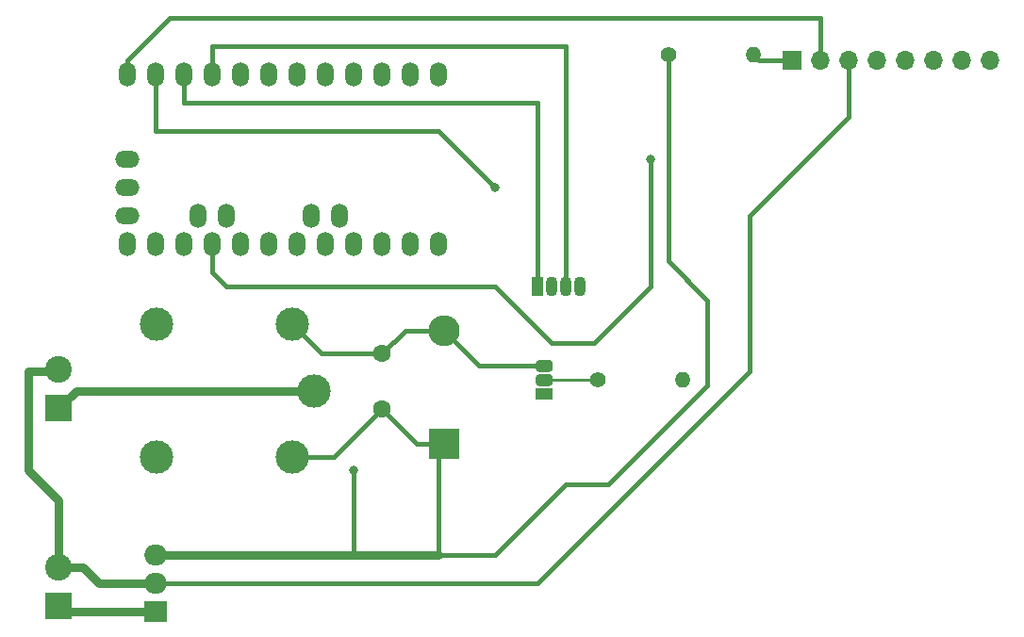
<source format=gbr>
G04 #@! TF.GenerationSoftware,KiCad,Pcbnew,(5.1.6)-1*
G04 #@! TF.CreationDate,2020-06-07T17:55:02+02:00*
G04 #@! TF.ProjectId,BOTLAND-2-KONTROLA-DOSTEPU,424f544c-414e-4442-9d32-2d4b4f4e5452,rev?*
G04 #@! TF.SameCoordinates,Original*
G04 #@! TF.FileFunction,Copper,L2,Bot*
G04 #@! TF.FilePolarity,Positive*
%FSLAX46Y46*%
G04 Gerber Fmt 4.6, Leading zero omitted, Abs format (unit mm)*
G04 Created by KiCad (PCBNEW (5.1.6)-1) date 2020-06-07 17:55:02*
%MOMM*%
%LPD*%
G01*
G04 APERTURE LIST*
G04 #@! TA.AperFunction,ComponentPad*
%ADD10O,1.400000X1.400000*%
G04 #@! TD*
G04 #@! TA.AperFunction,ComponentPad*
%ADD11C,1.400000*%
G04 #@! TD*
G04 #@! TA.AperFunction,ComponentPad*
%ADD12O,1.700000X1.700000*%
G04 #@! TD*
G04 #@! TA.AperFunction,ComponentPad*
%ADD13R,1.700000X1.700000*%
G04 #@! TD*
G04 #@! TA.AperFunction,ComponentPad*
%ADD14O,1.070000X1.800000*%
G04 #@! TD*
G04 #@! TA.AperFunction,ComponentPad*
%ADD15R,1.070000X1.800000*%
G04 #@! TD*
G04 #@! TA.AperFunction,ComponentPad*
%ADD16O,2.199640X1.501140*%
G04 #@! TD*
G04 #@! TA.AperFunction,ComponentPad*
%ADD17O,1.501140X2.199640*%
G04 #@! TD*
G04 #@! TA.AperFunction,ComponentPad*
%ADD18C,2.400000*%
G04 #@! TD*
G04 #@! TA.AperFunction,ComponentPad*
%ADD19R,2.400000X2.400000*%
G04 #@! TD*
G04 #@! TA.AperFunction,ComponentPad*
%ADD20O,2.000000X1.905000*%
G04 #@! TD*
G04 #@! TA.AperFunction,ComponentPad*
%ADD21R,2.000000X1.905000*%
G04 #@! TD*
G04 #@! TA.AperFunction,ComponentPad*
%ADD22R,1.500000X1.050000*%
G04 #@! TD*
G04 #@! TA.AperFunction,ComponentPad*
%ADD23R,2.800000X2.800000*%
G04 #@! TD*
G04 #@! TA.AperFunction,ComponentPad*
%ADD24O,2.800000X2.800000*%
G04 #@! TD*
G04 #@! TA.AperFunction,ComponentPad*
%ADD25C,1.600000*%
G04 #@! TD*
G04 #@! TA.AperFunction,ComponentPad*
%ADD26C,3.000000*%
G04 #@! TD*
G04 #@! TA.AperFunction,ViaPad*
%ADD27C,0.800000*%
G04 #@! TD*
G04 #@! TA.AperFunction,Conductor*
%ADD28C,0.400000*%
G04 #@! TD*
G04 #@! TA.AperFunction,Conductor*
%ADD29C,0.750000*%
G04 #@! TD*
G04 #@! TA.AperFunction,Conductor*
%ADD30C,0.250000*%
G04 #@! TD*
G04 APERTURE END LIST*
D10*
X90464640Y-101112320D03*
D11*
X82844640Y-101112320D03*
D12*
X111760000Y-101600000D03*
X109220000Y-101600000D03*
X106680000Y-101600000D03*
X104140000Y-101600000D03*
X101600000Y-101600000D03*
X99060000Y-101600000D03*
X96520000Y-101600000D03*
D13*
X93980000Y-101600000D03*
D14*
X74930000Y-121920000D03*
X73660000Y-121920000D03*
X72390000Y-121920000D03*
D15*
X71120000Y-121920000D03*
D16*
X34290000Y-110490000D03*
X34290000Y-113030000D03*
X34290000Y-115570000D03*
D17*
X53340000Y-115570000D03*
X50800000Y-115570000D03*
X62230000Y-118110000D03*
X59690000Y-118110000D03*
X57150000Y-118110000D03*
X54610000Y-118110000D03*
X52070000Y-118110000D03*
X49530000Y-118110000D03*
X46990000Y-118110000D03*
X44450000Y-118110000D03*
X41910000Y-118110000D03*
X39370000Y-118110000D03*
X36830000Y-118110000D03*
X34290000Y-118110000D03*
X34290000Y-102870000D03*
X36830000Y-102870000D03*
X39370000Y-102870000D03*
X41910000Y-102870000D03*
X44450000Y-102870000D03*
X46990000Y-102870000D03*
X49530000Y-102870000D03*
X52070000Y-102870000D03*
X54610000Y-102870000D03*
X57150000Y-102870000D03*
X59690000Y-102870000D03*
X62230000Y-102870000D03*
X40640000Y-115570000D03*
X43180000Y-115570000D03*
D18*
X28102560Y-147157560D03*
D19*
X28102560Y-150657560D03*
D20*
X36830000Y-146050000D03*
X36830000Y-148590000D03*
D21*
X36830000Y-151130000D03*
D11*
X76494640Y-130322320D03*
D10*
X84114640Y-130322320D03*
G04 #@! TA.AperFunction,ComponentPad*
G36*
G01*
X72196780Y-130882880D02*
X71221780Y-130882880D01*
G75*
G02*
X70959280Y-130620380I0J262500D01*
G01*
X70959280Y-130095380D01*
G75*
G02*
X71221780Y-129832880I262500J0D01*
G01*
X72196780Y-129832880D01*
G75*
G02*
X72459280Y-130095380I0J-262500D01*
G01*
X72459280Y-130620380D01*
G75*
G02*
X72196780Y-130882880I-262500J0D01*
G01*
G37*
G04 #@! TD.AperFunction*
G04 #@! TA.AperFunction,ComponentPad*
G36*
G01*
X72196780Y-129612880D02*
X71221780Y-129612880D01*
G75*
G02*
X70959280Y-129350380I0J262500D01*
G01*
X70959280Y-128825380D01*
G75*
G02*
X71221780Y-128562880I262500J0D01*
G01*
X72196780Y-128562880D01*
G75*
G02*
X72459280Y-128825380I0J-262500D01*
G01*
X72459280Y-129350380D01*
G75*
G02*
X72196780Y-129612880I-262500J0D01*
G01*
G37*
G04 #@! TD.AperFunction*
D22*
X71709280Y-131627880D03*
D19*
X28102560Y-132877560D03*
D18*
X28102560Y-129377560D03*
D23*
X62677040Y-136067800D03*
D24*
X62677040Y-125907800D03*
D25*
X57139840Y-132974080D03*
X57139840Y-127974080D03*
D26*
X49059080Y-125307840D03*
X36859080Y-125307840D03*
X36859080Y-137307840D03*
X49059080Y-137307840D03*
X51059080Y-131307840D03*
D27*
X54610000Y-138430000D03*
X67310000Y-113030000D03*
X81280000Y-110490000D03*
D28*
X60233560Y-136067800D02*
X57139840Y-132974080D01*
X62677040Y-136067800D02*
X60233560Y-136067800D01*
X52806080Y-137307840D02*
X49059080Y-137307840D01*
X57139840Y-132974080D02*
X52806080Y-137307840D01*
X59206120Y-125907800D02*
X57139840Y-127974080D01*
X62677040Y-125907800D02*
X59206120Y-125907800D01*
X51725320Y-127974080D02*
X49059080Y-125307840D01*
X57139840Y-127974080D02*
X51725320Y-127974080D01*
X65857120Y-129087880D02*
X62677040Y-125907800D01*
X71709280Y-129087880D02*
X65857120Y-129087880D01*
D29*
X29672280Y-131307840D02*
X28102560Y-132877560D01*
X51059080Y-131307840D02*
X29672280Y-131307840D01*
D30*
X71744840Y-130322320D02*
X71709280Y-130357880D01*
X76494640Y-130322320D02*
X71744840Y-130322320D01*
D29*
X28575000Y-151130000D02*
X28102560Y-150657560D01*
X36830000Y-151130000D02*
X28575000Y-151130000D01*
X36830000Y-148590000D02*
X31750000Y-148590000D01*
X30317560Y-147157560D02*
X28102560Y-147157560D01*
X31750000Y-148590000D02*
X30317560Y-147157560D01*
D28*
X54610000Y-138430000D02*
X54610000Y-146050000D01*
D29*
X62230000Y-146050000D02*
X54610000Y-146050000D01*
X54610000Y-146050000D02*
X36830000Y-146050000D01*
D28*
X41910000Y-102870000D02*
X41910000Y-100330000D01*
X41910000Y-100330000D02*
X73660000Y-100330000D01*
X73660000Y-100330000D02*
X73660000Y-121920000D01*
X39370000Y-102870000D02*
X39370000Y-105410000D01*
X39370000Y-105410000D02*
X71120000Y-105410000D01*
X71120000Y-105410000D02*
X71120000Y-121920000D01*
X62230000Y-136514840D02*
X62677040Y-136067800D01*
X62230000Y-146050000D02*
X62230000Y-136514840D01*
X36830000Y-102870000D02*
X36830000Y-107950000D01*
X36830000Y-107950000D02*
X62230000Y-107950000D01*
X62230000Y-107950000D02*
X67310000Y-113030000D01*
X67310000Y-113030000D02*
X67310000Y-113030000D01*
X90952320Y-101600000D02*
X90464640Y-101112320D01*
X93980000Y-101600000D02*
X90952320Y-101600000D01*
X82844640Y-101112320D02*
X82844640Y-119674640D01*
X82844640Y-119674640D02*
X86360000Y-123190000D01*
X86360000Y-123190000D02*
X86360000Y-130810000D01*
X86360000Y-130810000D02*
X77470000Y-139700000D01*
X77470000Y-139700000D02*
X73660000Y-139700000D01*
X67310000Y-146050000D02*
X62230000Y-146050000D01*
X73660000Y-139700000D02*
X67310000Y-146050000D01*
X96520000Y-101600000D02*
X96520000Y-97790000D01*
X96520000Y-97790000D02*
X38100000Y-97790000D01*
X34290000Y-101600000D02*
X34290000Y-102870000D01*
X38100000Y-97790000D02*
X34290000Y-101600000D01*
X99060000Y-101600000D02*
X99060000Y-106680000D01*
X99060000Y-106680000D02*
X90170000Y-115570000D01*
X90170000Y-115570000D02*
X90170000Y-129540000D01*
X90170000Y-129540000D02*
X71120000Y-148590000D01*
X71120000Y-148590000D02*
X36830000Y-148590000D01*
X41910000Y-118110000D02*
X41910000Y-120650000D01*
X41910000Y-120650000D02*
X43180000Y-121920000D01*
X43180000Y-121920000D02*
X67310000Y-121920000D01*
X67310000Y-121920000D02*
X72390000Y-127000000D01*
X72390000Y-127000000D02*
X76200000Y-127000000D01*
X76200000Y-127000000D02*
X81280000Y-121920000D01*
X81280000Y-121920000D02*
X81280000Y-110490000D01*
X81280000Y-110490000D02*
X81280000Y-110490000D01*
D29*
X28102560Y-147157560D02*
X28102560Y-141132560D01*
X28102560Y-141132560D02*
X25400000Y-138430000D01*
X25400000Y-138430000D02*
X25400000Y-129540000D01*
X27940120Y-129540000D02*
X28102560Y-129377560D01*
X25400000Y-129540000D02*
X27940120Y-129540000D01*
M02*

</source>
